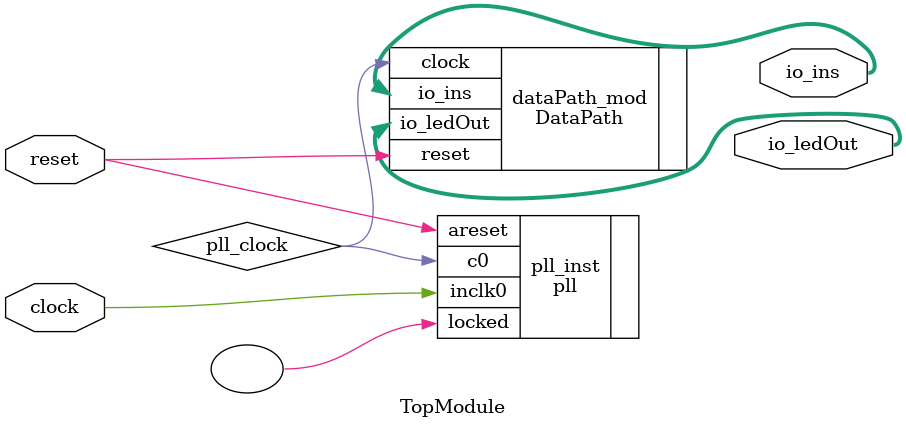
<source format=v>
module TopModule(
    input clock,
    input reset,
    //output io_test,
    //output io_reg12_0,
	 output [31:0] io_ledOut,
    output [31:0] io_ins
);


wire pll_clock;

// Instantiate PLL
pll pll_inst (
    .areset(reset),  // Connect external reset
    .inclk0(clock),  // Connect external clock
    .c0(pll_clock),              // PLL output clock (not connected externally)
    .locked()           // PLL locked signal (not used in this example)
);


DataPath dataPath_mod(
    .clock(pll_clock),
    .reset(reset),
    //.io_reg12_0(io_reg12_0),
    //.io_test(io_test),
	 .io_ledOut(io_ledOut),
    .io_ins(io_ins)
);
endmodule

</source>
